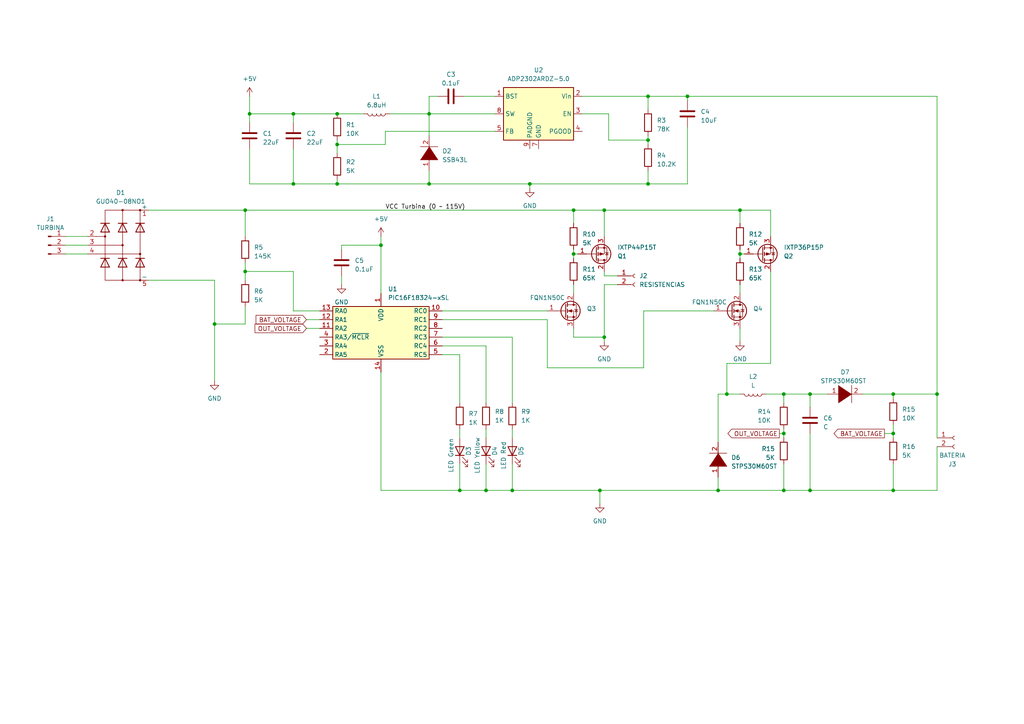
<source format=kicad_sch>
(kicad_sch (version 20230121) (generator eeschema)
  (paper "A4")
  (lib_symbols
    (symbol "Connector:Conn_01x02_Female" (pin_names (offset 1.016) hide)
      (property "Reference" "J" (at 0 2.54 0))
      (property "Value" "Conn_01x02_Female" (at 0 -5.08 0))
      (symbol "Conn_01x02_Female_1_1"
        (arc (start 0 -2.032) (mid -0.5058 -2.54) (end 0 -3.048) (stroke (width 0.1524)))
        (polyline (pts (xy -1.27 -2.54) (xy -0.508 -2.54)) (stroke (width 0.1524)))
        (polyline (pts (xy -1.27 0) (xy -0.508 0)) (stroke (width 0.1524)))
        (arc (start 0 0.508) (mid -0.5058 0) (end 0 -0.508) (stroke (width 0.1524)))
        (pin passive line (at -5.08 0 0) (length 3.81) (name "Pin_1") (number "1"))
        (pin passive line (at -5.08 -2.54 0) (length 3.81) (name "Pin_2") (number "2"))
      )
    )
    (symbol "Connector:Conn_01x03_Male" (pin_names (offset 1.016) hide)
      (property "Reference" "J" (at 0 5.08 0))
      (property "Value" "Conn_01x03_Male" (at 0 -5.08 0))
      (symbol "Conn_01x03_Male_1_1"
        (polyline (pts (xy 1.27 -2.54) (xy 0.8636 -2.54)) (stroke (width 0.1524)))
        (polyline (pts (xy 1.27 0) (xy 0.8636 0)) (stroke (width 0.1524)))
        (polyline (pts (xy 1.27 2.54) (xy 0.8636 2.54)) (stroke (width 0.1524)))
        (rectangle (start 0.8636 -2.413) (end 0 -2.667) (stroke (width 0.1524)) (fill (type outline)))
        (rectangle (start 0.8636 0.127) (end 0 -0.127) (stroke (width 0.1524)) (fill (type outline)))
        (rectangle (start 0.8636 2.667) (end 0 2.413) (stroke (width 0.1524)) (fill (type outline)))
        (pin passive line (at 5.08 2.54 180) (length 3.81) (name "Pin_1") (number "1"))
        (pin passive line (at 5.08 0 180) (length 3.81) (name "Pin_2") (number "2"))
        (pin passive line (at 5.08 -2.54 180) (length 3.81) (name "Pin_3") (number "3"))
      )
    )
    (symbol "Device:C" (pin_numbers hide) (pin_names (offset 0.254))
      (property "Reference" "C" (at 0.635 2.54 0))
      (property "Value" "C" (at 0.635 -2.54 0))
      (symbol "C_0_1"
        (polyline (pts (xy -2.032 -0.762) (xy 2.032 -0.762)) (stroke (width 0.508)))
        (polyline (pts (xy -2.032 0.762) (xy 2.032 0.762)) (stroke (width 0.508)))
      )
      (symbol "C_1_1"
        (pin passive line (at 0 3.81 270) (length 2.794) (name "~") (number "1"))
        (pin passive line (at 0 -3.81 90) (length 2.794) (name "~") (number "2"))
      )
    )
    (symbol "Device:L" (pin_numbers hide) (pin_names (offset 1.016) hide)
      (property "Reference" "L" (at -1.27 0 90))
      (property "Value" "L" (at 1.905 0 90))
      (symbol "L_0_1"
        (arc (start 0 -2.54) (mid 0.6323 -1.905) (end 0 -1.27))
        (arc (start 0 -1.27) (mid 0.6323 -0.635) (end 0 0))
        (arc (start 0 0) (mid 0.6323 0.635) (end 0 1.27))
        (arc (start 0 1.27) (mid 0.6323 1.905) (end 0 2.54))
      )
      (symbol "L_1_1"
        (pin passive line (at 0 3.81 270) (length 1.27) (name "1") (number "1"))
        (pin passive line (at 0 -3.81 90) (length 1.27) (name "2") (number "2"))
      )
    )
    (symbol "Device:LED" (pin_numbers hide) (pin_names (offset 1.016) hide)
      (property "Reference" "D" (at 0 2.54 0))
      (property "Value" "LED" (at 0 -2.54 0))
      (symbol "LED_0_1"
        (polyline (pts (xy -1.27 -1.27) (xy -1.27 1.27)) (stroke (width 0.254)))
        (polyline (pts (xy -1.27 0) (xy 1.27 0)))
        (polyline (pts (xy 1.27 -1.27) (xy 1.27 1.27) (xy -1.27 0) (xy 1.27 -1.27)) (stroke (width 0.254)))
        (polyline (pts (xy -3.048 -0.762) (xy -4.572 -2.286) (xy -3.81 -2.286) (xy -4.572 -2.286) (xy -4.572 -1.524)))
        (polyline (pts (xy -1.778 -0.762) (xy -3.302 -2.286) (xy -2.54 -2.286) (xy -3.302 -2.286) (xy -3.302 -1.524)))
      )
      (symbol "LED_1_1"
        (pin passive line (at -3.81 0 0) (length 2.54) (name "K") (number "1"))
        (pin passive line (at 3.81 0 180) (length 2.54) (name "A") (number "2"))
      )
    )
    (symbol "Device:Q_NMOS_GDS" (pin_names (offset 0) hide)
      (property "Reference" "Q" (at 5.08 1.27 0))
      (property "Value" "Q_NMOS_GDS" (at 5.08 -1.27 0))
      (symbol "Q_NMOS_GDS_0_1"
        (polyline (pts (xy 0.254 0) (xy -2.54 0)))
        (polyline (pts (xy 0.254 1.905) (xy 0.254 -1.905)) (stroke (width 0.254)))
        (polyline (pts (xy 0.762 -1.27) (xy 0.762 -2.286)) (stroke (width 0.254)))
        (polyline (pts (xy 0.762 0.508) (xy 0.762 -0.508)) (stroke (width 0.254)))
        (polyline (pts (xy 0.762 2.286) (xy 0.762 1.27)) (stroke (width 0.254)))
        (polyline (pts (xy 2.54 2.54) (xy 2.54 1.778)))
        (polyline (pts (xy 2.54 -2.54) (xy 2.54 0) (xy 0.762 0)))
        (polyline (pts (xy 0.762 -1.778) (xy 3.302 -1.778) (xy 3.302 1.778) (xy 0.762 1.778)))
        (polyline (pts (xy 1.016 0) (xy 2.032 0.381) (xy 2.032 -0.381) (xy 1.016 0)) (fill (type outline)))
        (polyline (pts (xy 2.794 0.508) (xy 2.921 0.381) (xy 3.683 0.381) (xy 3.81 0.254)))
        (polyline (pts (xy 3.302 0.381) (xy 2.921 -0.254) (xy 3.683 -0.254) (xy 3.302 0.381)))
        (circle (center 1.651 0) (radius 2.794) (stroke (width 0.254)))
        (circle (center 2.54 -1.778) (radius 0.254) (fill (type outline)))
        (circle (center 2.54 1.778) (radius 0.254) (fill (type outline)))
      )
      (symbol "Q_NMOS_GDS_1_1"
        (pin input line (at -5.08 0 0) (length 2.54) (name "G") (number "1"))
        (pin passive line (at 2.54 5.08 270) (length 2.54) (name "D") (number "2"))
        (pin passive line (at 2.54 -5.08 90) (length 2.54) (name "S") (number "3"))
      )
    )
    (symbol "Device:Q_PMOS_GDS" (pin_names (offset 0) hide)
      (property "Reference" "Q" (at 5.08 1.27 0))
      (property "Value" "Q_PMOS_GDS" (at 5.08 -1.27 0))
      (symbol "Q_PMOS_GDS_0_1"
        (polyline (pts (xy 0.254 0) (xy -2.54 0)))
        (polyline (pts (xy 0.254 1.905) (xy 0.254 -1.905)) (stroke (width 0.254)))
        (polyline (pts (xy 0.762 -1.27) (xy 0.762 -2.286)) (stroke (width 0.254)))
        (polyline (pts (xy 0.762 0.508) (xy 0.762 -0.508)) (stroke (width 0.254)))
        (polyline (pts (xy 0.762 2.286) (xy 0.762 1.27)) (stroke (width 0.254)))
        (polyline (pts (xy 2.54 2.54) (xy 2.54 1.778)))
        (polyline (pts (xy 2.54 -2.54) (xy 2.54 0) (xy 0.762 0)))
        (polyline (pts (xy 0.762 1.778) (xy 3.302 1.778) (xy 3.302 -1.778) (xy 0.762 -1.778)))
        (polyline (pts (xy 2.286 0) (xy 1.27 0.381) (xy 1.27 -0.381) (xy 2.286 0)) (fill (type outline)))
        (polyline (pts (xy 2.794 -0.508) (xy 2.921 -0.381) (xy 3.683 -0.381) (xy 3.81 -0.254)))
        (polyline (pts (xy 3.302 -0.381) (xy 2.921 0.254) (xy 3.683 0.254) (xy 3.302 -0.381)))
        (circle (center 1.651 0) (radius 2.794) (stroke (width 0.254)))
        (circle (center 2.54 -1.778) (radius 0.254) (fill (type outline)))
        (circle (center 2.54 1.778) (radius 0.254) (fill (type outline)))
      )
      (symbol "Q_PMOS_GDS_1_1"
        (pin input line (at -5.08 0 0) (length 2.54) (name "G") (number "1"))
        (pin passive line (at 2.54 5.08 270) (length 2.54) (name "D") (number "2"))
        (pin passive line (at 2.54 -5.08 90) (length 2.54) (name "S") (number "3"))
      )
    )
    (symbol "Device:R" (pin_numbers hide) (pin_names (offset 0))
      (property "Reference" "R" (at 2.032 0 90))
      (property "Value" "R" (at 0 0 90))
      (symbol "R_0_1"
        (rectangle (start -1.016 -2.54) (end 1.016 2.54) (stroke (width 0.254)))
      )
      (symbol "R_1_1"
        (pin passive line (at 0 3.81 270) (length 1.27) (name "~") (number "1"))
        (pin passive line (at 0 -3.81 90) (length 1.27) (name "~") (number "2"))
      )
    )
    (symbol "Diode_Bridge:GUO40-08NO1" (pin_names (offset 0))
      (property "Reference" "D" (at 0 17.78 0))
      (property "Value" "GUO40-08NO1" (at 0 15.24 0))
      (symbol "GUO40-08NO1_0_1"
        (circle (center -5.08 2.54) (radius 0.254) (fill (type outline)))
        (circle (center 0 -10.16) (radius 0.254) (fill (type outline)))
        (polyline (pts (xy -7.62 -2.54) (xy 5.08 -2.54)))
        (polyline (pts (xy -7.62 0) (xy 0 0)))
        (polyline (pts (xy -7.62 2.54) (xy -5.08 2.54)))
        (polyline (pts (xy -5.08 -10.16) (xy 5.08 -10.16)))
        (polyline (pts (xy -5.08 -6.35) (xy -5.08 -10.16)))
        (polyline (pts (xy -5.08 3.81) (xy -5.08 -3.81)))
        (polyline (pts (xy -5.08 10.16) (xy -5.08 6.35)))
        (polyline (pts (xy -5.08 10.16) (xy 5.08 10.16)))
        (polyline (pts (xy 0 -6.35) (xy 0 -10.16)))
        (polyline (pts (xy 0 3.81) (xy 0 -3.81)))
        (polyline (pts (xy 0 6.35) (xy 0 10.16)))
        (polyline (pts (xy 5.08 -10.16) (xy 5.08 -5.08)))
        (polyline (pts (xy 5.08 3.81) (xy 5.08 -3.81)))
        (polyline (pts (xy 5.08 10.16) (xy 5.08 6.35)))
        (circle (center 0 0) (radius 0.254) (fill (type outline)))
        (circle (center 0 10.16) (radius 0.254) (fill (type outline)))
        (circle (center 5.08 -10.16) (radius 0.254) (fill (type outline)))
        (circle (center 5.08 -2.54) (radius 0.254) (fill (type outline)))
        (circle (center 5.08 10.16) (radius 0.254) (fill (type outline)))
      )
      (symbol "GUO40-08NO1_1_1"
        (polyline (pts (xy -5.08 -6.35) (xy -5.08 -3.81)))
        (polyline (pts (xy -5.08 3.81) (xy -5.08 6.35)))
        (polyline (pts (xy -3.81 -3.81) (xy -6.35 -3.81)) (stroke (width 0.254)))
        (polyline (pts (xy -3.81 6.35) (xy -6.35 6.35)) (stroke (width 0.254)))
        (polyline (pts (xy 0 -6.35) (xy 0 -3.81)))
        (polyline (pts (xy 0 3.81) (xy 0 6.35)))
        (polyline (pts (xy 1.27 -3.81) (xy -1.27 -3.81)) (stroke (width 0.254)))
        (polyline (pts (xy 1.27 6.35) (xy -1.27 6.35)) (stroke (width 0.254)))
        (polyline (pts (xy 5.08 -6.35) (xy 5.08 -3.81)))
        (polyline (pts (xy 5.08 3.81) (xy 5.08 6.35)))
        (polyline (pts (xy 6.35 -3.81) (xy 3.81 -3.81)) (stroke (width 0.254)))
        (polyline (pts (xy 6.35 6.35) (xy 3.81 6.35)) (stroke (width 0.254)))
        (polyline (pts (xy -3.81 -6.35) (xy -6.35 -6.35) (xy -5.08 -3.81) (xy -3.81 -6.35)) (stroke (width 0.254)))
        (polyline (pts (xy -3.81 3.81) (xy -6.35 3.81) (xy -5.08 6.35) (xy -3.81 3.81)) (stroke (width 0.254)))
        (polyline (pts (xy 1.27 -6.35) (xy -1.27 -6.35) (xy 0 -3.81) (xy 1.27 -6.35)) (stroke (width 0.254)))
        (polyline (pts (xy 1.27 3.81) (xy -1.27 3.81) (xy 0 6.35) (xy 1.27 3.81)) (stroke (width 0.254)))
        (polyline (pts (xy 6.35 -6.35) (xy 3.81 -6.35) (xy 5.08 -3.81) (xy 6.35 -6.35)) (stroke (width 0.254)))
        (polyline (pts (xy 6.35 3.81) (xy 3.81 3.81) (xy 5.08 6.35) (xy 6.35 3.81)) (stroke (width 0.254)))
        (pin passive line (at 7.62 10.16 180) (length 2.54) (name "+") (number "1"))
        (pin passive line (at -10.16 2.54 0) (length 2.54) (name "~") (number "2"))
        (pin passive line (at -10.16 0 0) (length 2.54) (name "~") (number "3"))
        (pin passive line (at -10.16 -2.54 0) (length 2.54) (name "~") (number "4"))
        (pin passive line (at 7.62 -10.16 180) (length 2.54) (name "-") (number "5"))
      )
    )
    (symbol "MCU_Microchip_PIC16:PIC16F18324-xSL"
      (property "Reference" "U" (at -13.97 10.16 0))
      (property "Value" "PIC16F18324-xSL" (at 1.27 10.16 0))
      (symbol "PIC16F18324-xSL_1_1"
        (rectangle (start -13.97 8.89) (end 13.97 -6.35) (stroke (width 0.254)) (fill (type background)))
        (pin power_in line (at 0 12.7 270) (length 3.81) (name "VDD") (number "1"))
        (pin bidirectional line (at 17.78 7.62 180) (length 3.81) (name "RC0") (number "10"))
        (pin bidirectional line (at -17.78 2.54 0) (length 3.81) (name "RA2") (number "11"))
        (pin bidirectional line (at -17.78 5.08 0) (length 3.81) (name "RA1") (number "12"))
        (pin bidirectional line (at -17.78 7.62 0) (length 3.81) (name "RA0") (number "13"))
        (pin power_in line (at 0 -10.16 90) (length 3.81) (name "VSS") (number "14"))
        (pin bidirectional line (at -17.78 -5.08 0) (length 3.81) (name "RA5") (number "2"))
        (pin bidirectional line (at -17.78 -2.54 0) (length 3.81) (name "RA4") (number "3"))
        (pin bidirectional line (at -17.78 0 0) (length 3.81) (name "RA3/~{MCLR}") (number "4"))
        (pin bidirectional line (at 17.78 -5.08 180) (length 3.81) (name "RC5") (number "5"))
        (pin bidirectional line (at 17.78 -2.54 180) (length 3.81) (name "RC4") (number "6"))
        (pin bidirectional line (at 17.78 0 180) (length 3.81) (name "RC3") (number "7"))
        (pin bidirectional line (at 17.78 2.54 180) (length 3.81) (name "RC2") (number "8"))
        (pin bidirectional line (at 17.78 5.08 180) (length 3.81) (name "RC1") (number "9"))
      )
    )
    (symbol "Regulator_Switching:ADP2302ARDZ-5.0"
      (property "Reference" "U" (at -10.16 8.89 0))
      (property "Value" "ADP2302ARDZ-5.0" (at -3.81 8.89 0))
      (symbol "ADP2302ARDZ-5.0_0_1"
        (rectangle (start -10.16 7.62) (end 10.16 -7.62) (stroke (width 0.254)) (fill (type background)))
      )
      (symbol "ADP2302ARDZ-5.0_1_1"
        (pin input line (at 12.7 5.08 180) (length 2.54) (name "BST") (number "1"))
        (pin power_in line (at -12.7 5.08 0) (length 2.54) (name "Vin") (number "2"))
        (pin input line (at -12.7 0 0) (length 2.54) (name "EN") (number "3"))
        (pin output line (at -12.7 -5.08 0) (length 2.54) (name "PGOOD") (number "4"))
        (pin input line (at 12.7 -5.08 180) (length 2.54) (name "FB") (number "5"))
        (pin no_connect line (at -10.16 2.54 0) (length 2.54) hide (name "NC") (number "6"))
        (pin power_in line (at 0 -10.16 90) (length 2.54) (name "GND") (number "7"))
        (pin power_out line (at 12.7 0 180) (length 2.54) (name "SW") (number "8"))
        (pin power_in line (at 2.54 -10.16 90) (length 2.54) (name "PADGND") (number "9"))
      )
    )
    (symbol "power:+5V" (power) (pin_names (offset 0))
      (property "Value" "+5V" (at 0 3.556 0))
      (symbol "+5V_0_1"
        (polyline (pts (xy -0.762 1.27) (xy 0 2.54)))
        (polyline (pts (xy 0 0) (xy 0 2.54)))
        (polyline (pts (xy 0 2.54) (xy 0.762 1.27)))
      )
      (symbol "+5V_1_1"
        (pin power_in line (at 0 0 90) (length 0) hide (name "+5V") (number "1"))
      )
    )
    (symbol "power:GND" (power) (pin_names (offset 0))
      (property "Value" "GND" (at 0 -3.81 0))
      (symbol "GND_0_1"
        (polyline (pts (xy 0 0) (xy 0 -1.27) (xy 1.27 -1.27) (xy 0 -2.54) (xy -1.27 -1.27) (xy 0 -1.27)))
      )
      (symbol "GND_1_1"
        (pin power_in line (at 0 0 270) (length 0) hide (name "GND") (number "1"))
      )
    )
    (symbol "pspice:DIODE" (pin_names (offset 1.016) hide)
      (property "Reference" "D" (at 0 3.81 0))
      (property "Value" "DIODE" (at 0 -4.445 0))
      (symbol "DIODE_0_1"
        (polyline (pts (xy 1.905 2.54) (xy 1.905 -2.54)))
        (polyline (pts (xy -1.905 2.54) (xy -1.905 -2.54) (xy 1.905 0)) (fill (type outline)))
      )
      (symbol "DIODE_1_1"
        (pin input line (at -5.08 0 0) (length 3.81) (name "K") (number "1"))
        (pin input line (at 5.08 0 180) (length 3.81) (name "A") (number "2"))
      )
    )
  )
  (junction (at 227.33 125.73))
  (junction (at 166.37 60.96))
  (junction (at 85.09 33.02))
  (junction (at 175.26 97.79))
  (junction (at 175.26 60.96))
  (junction (at 227.33 142.24))
  (junction (at 214.63 60.96))
  (junction (at 173.99 142.24))
  (junction (at 72.39 33.02))
  (junction (at 259.08 114.3))
  (junction (at 210.82 114.3))
  (junction (at 259.08 125.73))
  (junction (at 234.95 142.24))
  (junction (at 148.59 142.24))
  (junction (at 110.49 71.12))
  (junction (at 271.78 114.3))
  (junction (at 166.37 73.66))
  (junction (at 124.46 33.02))
  (junction (at 71.12 60.96))
  (junction (at 208.28 142.24))
  (junction (at 227.33 114.3))
  (junction (at 85.09 53.34))
  (junction (at 124.46 53.34))
  (junction (at 71.12 78.74))
  (junction (at 97.79 41.91))
  (junction (at 259.08 142.24))
  (junction (at 187.96 40.64))
  (junction (at 140.97 142.24))
  (junction (at 97.79 53.34))
  (junction (at 153.67 53.34))
  (junction (at 133.35 142.24))
  (junction (at 234.95 114.3))
  (junction (at 187.96 27.94))
  (junction (at 62.23 93.98))
  (junction (at 214.63 73.66))
  (junction (at 187.96 53.34))
  (junction (at 97.79 33.02))
  (junction (at 199.39 27.94))
  (wire (pts (xy 175.26 60.96) (xy 214.63 60.96)))
  (wire (pts (xy 158.75 92.71) (xy 128.27 92.71)))
  (wire (pts (xy 187.96 39.37) (xy 187.96 40.64)))
  (wire (pts (xy 214.63 60.96) (xy 223.52 60.96)))
  (wire (pts (xy 175.26 97.79) (xy 175.26 99.06)))
  (wire (pts (xy 214.63 72.39) (xy 214.63 73.66)))
  (wire (pts (xy 72.39 33.02) (xy 72.39 35.56)))
  (wire (pts (xy 271.78 27.94) (xy 271.78 114.3)))
  (wire (pts (xy 168.91 27.94) (xy 187.96 27.94)))
  (wire (pts (xy 124.46 33.02) (xy 124.46 39.37)))
  (wire (pts (xy 133.35 142.24) (xy 140.97 142.24)))
  (wire (pts (xy 124.46 53.34) (xy 153.67 53.34)))
  (wire (pts (xy 97.79 33.02) (xy 105.41 33.02)))
  (wire (pts (xy 140.97 134.62) (xy 140.97 142.24)))
  (wire (pts (xy 85.09 43.18) (xy 85.09 53.34)))
  (wire (pts (xy 176.53 40.64) (xy 176.53 33.02)))
  (wire (pts (xy 227.33 125.73) (xy 227.33 127)))
  (wire (pts (xy 127 27.94) (xy 124.46 27.94)))
  (wire (pts (xy 85.09 33.02) (xy 97.79 33.02)))
  (wire (pts (xy 271.78 114.3) (xy 259.08 114.3)))
  (wire (pts (xy 173.99 142.24) (xy 173.99 146.05)))
  (wire (pts (xy 166.37 97.79) (xy 175.26 97.79)))
  (wire (pts (xy 71.12 93.98) (xy 62.23 93.98)))
  (wire (pts (xy 186.69 106.68) (xy 158.75 106.68)))
  (wire (pts (xy 199.39 29.21) (xy 199.39 27.94)))
  (wire (pts (xy 71.12 78.74) (xy 71.12 81.28)))
  (wire (pts (xy 175.26 82.55) (xy 179.07 82.55)))
  (wire (pts (xy 250.19 114.3) (xy 259.08 114.3)))
  (wire (pts (xy 133.35 124.46) (xy 133.35 127)))
  (wire (pts (xy 133.35 116.84) (xy 133.35 102.87)))
  (wire (pts (xy 97.79 40.64) (xy 97.79 41.91)))
  (wire (pts (xy 187.96 49.53) (xy 187.96 53.34)))
  (wire (pts (xy 234.95 114.3) (xy 240.03 114.3)))
  (wire (pts (xy 207.01 90.17) (xy 186.69 90.17)))
  (wire (pts (xy 175.26 78.74) (xy 175.26 80.01)))
  (wire (pts (xy 187.96 40.64) (xy 176.53 40.64)))
  (wire (pts (xy 227.33 116.84) (xy 227.33 114.3)))
  (wire (pts (xy 72.39 33.02) (xy 72.39 27.94)))
  (wire (pts (xy 19.05 68.58) (xy 25.4 68.58)))
  (wire (pts (xy 187.96 40.64) (xy 187.96 41.91)))
  (wire (pts (xy 72.39 53.34) (xy 85.09 53.34)))
  (wire (pts (xy 140.97 142.24) (xy 148.59 142.24)))
  (wire (pts (xy 128.27 90.17) (xy 158.75 90.17)))
  (wire (pts (xy 173.99 142.24) (xy 208.28 142.24)))
  (wire (pts (xy 97.79 52.07) (xy 97.79 53.34)))
  (wire (pts (xy 140.97 100.33) (xy 128.27 100.33)))
  (wire (pts (xy 148.59 142.24) (xy 173.99 142.24)))
  (wire (pts (xy 210.82 114.3) (xy 214.63 114.3)))
  (wire (pts (xy 214.63 73.66) (xy 214.63 74.93)))
  (wire (pts (xy 208.28 138.43) (xy 208.28 142.24)))
  (wire (pts (xy 187.96 27.94) (xy 187.96 31.75)))
  (wire (pts (xy 234.95 142.24) (xy 259.08 142.24)))
  (wire (pts (xy 72.39 43.18) (xy 72.39 53.34)))
  (wire (pts (xy 62.23 81.28) (xy 62.23 93.98)))
  (wire (pts (xy 111.76 38.1) (xy 111.76 41.91)))
  (wire (pts (xy 259.08 125.73) (xy 259.08 127)))
  (wire (pts (xy 223.52 60.96) (xy 223.52 68.58)))
  (wire (pts (xy 153.67 53.34) (xy 153.67 54.61)))
  (wire (pts (xy 72.39 33.02) (xy 85.09 33.02)))
  (wire (pts (xy 111.76 38.1) (xy 143.51 38.1)))
  (wire (pts (xy 85.09 53.34) (xy 97.79 53.34)))
  (wire (pts (xy 208.28 128.27) (xy 208.28 114.3)))
  (wire (pts (xy 71.12 76.2) (xy 71.12 78.74)))
  (wire (pts (xy 99.06 72.39) (xy 99.06 71.12)))
  (wire (pts (xy 97.79 53.34) (xy 124.46 53.34)))
  (wire (pts (xy 113.03 33.02) (xy 124.46 33.02)))
  (wire (pts (xy 214.63 82.55) (xy 214.63 85.09)))
  (wire (pts (xy 166.37 60.96) (xy 175.26 60.96)))
  (wire (pts (xy 210.82 105.41) (xy 210.82 114.3)))
  (wire (pts (xy 19.05 71.12) (xy 25.4 71.12)))
  (wire (pts (xy 214.63 60.96) (xy 214.63 64.77)))
  (wire (pts (xy 166.37 95.25) (xy 166.37 97.79)))
  (wire (pts (xy 111.76 41.91) (xy 97.79 41.91)))
  (wire (pts (xy 234.95 118.11) (xy 234.95 114.3)))
  (wire (pts (xy 166.37 73.66) (xy 166.37 74.93)))
  (wire (pts (xy 88.9 95.25) (xy 92.71 95.25)))
  (wire (pts (xy 222.25 114.3) (xy 227.33 114.3)))
  (wire (pts (xy 140.97 116.84) (xy 140.97 100.33)))
  (wire (pts (xy 166.37 72.39) (xy 166.37 73.66)))
  (wire (pts (xy 199.39 27.94) (xy 271.78 27.94)))
  (wire (pts (xy 166.37 60.96) (xy 166.37 64.77)))
  (wire (pts (xy 227.33 114.3) (xy 234.95 114.3)))
  (wire (pts (xy 271.78 129.54) (xy 271.78 142.24)))
  (wire (pts (xy 85.09 78.74) (xy 71.12 78.74)))
  (wire (pts (xy 110.49 107.95) (xy 110.49 142.24)))
  (wire (pts (xy 133.35 102.87) (xy 128.27 102.87)))
  (wire (pts (xy 19.05 73.66) (xy 25.4 73.66)))
  (wire (pts (xy 199.39 36.83) (xy 199.39 53.34)))
  (wire (pts (xy 148.59 134.62) (xy 148.59 142.24)))
  (wire (pts (xy 259.08 134.62) (xy 259.08 142.24)))
  (wire (pts (xy 227.33 124.46) (xy 227.33 125.73)))
  (wire (pts (xy 223.52 78.74) (xy 223.52 105.41)))
  (wire (pts (xy 208.28 142.24) (xy 227.33 142.24)))
  (wire (pts (xy 210.82 105.41) (xy 223.52 105.41)))
  (wire (pts (xy 124.46 49.53) (xy 124.46 53.34)))
  (wire (pts (xy 186.69 90.17) (xy 186.69 106.68)))
  (wire (pts (xy 271.78 142.24) (xy 259.08 142.24)))
  (wire (pts (xy 97.79 41.91) (xy 97.79 44.45)))
  (wire (pts (xy 148.59 124.46) (xy 148.59 127)))
  (wire (pts (xy 166.37 82.55) (xy 166.37 85.09)))
  (wire (pts (xy 148.59 116.84) (xy 148.59 97.79)))
  (wire (pts (xy 214.63 73.66) (xy 215.9 73.66)))
  (wire (pts (xy 271.78 127) (xy 271.78 114.3)))
  (wire (pts (xy 110.49 142.24) (xy 133.35 142.24)))
  (wire (pts (xy 208.28 114.3) (xy 210.82 114.3)))
  (wire (pts (xy 92.71 90.17) (xy 85.09 90.17)))
  (wire (pts (xy 226.06 125.73) (xy 227.33 125.73)))
  (wire (pts (xy 133.35 134.62) (xy 133.35 142.24)))
  (wire (pts (xy 110.49 71.12) (xy 110.49 85.09)))
  (wire (pts (xy 140.97 124.46) (xy 140.97 127)))
  (wire (pts (xy 124.46 27.94) (xy 124.46 33.02)))
  (wire (pts (xy 158.75 106.68) (xy 158.75 92.71)))
  (wire (pts (xy 43.18 81.28) (xy 62.23 81.28)))
  (wire (pts (xy 166.37 73.66) (xy 167.64 73.66)))
  (wire (pts (xy 43.18 60.96) (xy 71.12 60.96)))
  (wire (pts (xy 71.12 60.96) (xy 166.37 60.96)))
  (wire (pts (xy 85.09 90.17) (xy 85.09 78.74)))
  (wire (pts (xy 175.26 60.96) (xy 175.26 68.58)))
  (wire (pts (xy 110.49 68.58) (xy 110.49 71.12)))
  (wire (pts (xy 85.09 35.56) (xy 85.09 33.02)))
  (wire (pts (xy 62.23 93.98) (xy 62.23 110.49)))
  (wire (pts (xy 227.33 134.62) (xy 227.33 142.24)))
  (wire (pts (xy 176.53 33.02) (xy 168.91 33.02)))
  (wire (pts (xy 214.63 95.25) (xy 214.63 99.06)))
  (wire (pts (xy 99.06 71.12) (xy 110.49 71.12)))
  (wire (pts (xy 148.59 97.79) (xy 128.27 97.79)))
  (wire (pts (xy 124.46 33.02) (xy 143.51 33.02)))
  (wire (pts (xy 71.12 60.96) (xy 71.12 68.58)))
  (wire (pts (xy 187.96 53.34) (xy 153.67 53.34)))
  (wire (pts (xy 259.08 114.3) (xy 259.08 115.57)))
  (wire (pts (xy 134.62 27.94) (xy 143.51 27.94)))
  (wire (pts (xy 175.26 82.55) (xy 175.26 97.79)))
  (wire (pts (xy 88.9 92.71) (xy 92.71 92.71)))
  (wire (pts (xy 234.95 125.73) (xy 234.95 142.24)))
  (wire (pts (xy 71.12 88.9) (xy 71.12 93.98)))
  (wire (pts (xy 187.96 27.94) (xy 199.39 27.94)))
  (wire (pts (xy 99.06 80.01) (xy 99.06 82.55)))
  (wire (pts (xy 256.54 125.73) (xy 259.08 125.73)))
  (wire (pts (xy 199.39 53.34) (xy 187.96 53.34)))
  (wire (pts (xy 259.08 123.19) (xy 259.08 125.73)))
  (wire (pts (xy 227.33 142.24) (xy 234.95 142.24)))
  (wire (pts (xy 175.26 80.01) (xy 179.07 80.01)))
  (label "VCC Turbina (0 ~ 115V)" (at 111.76 60.96 0))
  (global_label "BAT_VOLTAGE" (shape input) (at 88.9 92.71 180) (property "Intersheetrefs" "${INTERSHEET_REFS}" (effects hide)))
  (global_label "BAT_VOLTAGE" (shape output) (at 256.54 125.73 180) (property "Intersheetrefs" "${INTERSHEET_REFS}" (effects hide)))
  (global_label "OUT_VOLTAGE" (shape input) (at 88.9 95.25 180) (property "Intersheetrefs" "${INTERSHEET_REFS}" (effects hide)))
  (global_label "OUT_VOLTAGE" (shape output) (at 226.06 125.73 180) (property "Intersheetrefs" "${INTERSHEET_REFS}" (effects hide)))
  (symbol (lib_id "Device:L") (at 109.22 33.02 270) (unit 1)
    (property "Reference" "L1" (at 109.22 27.94 90))
    (property "Value" "6.8uH" (at 109.22 30.48 90))
    (property "Footprint" "Inductor_SMD:L_Bourns_SRP1038C_10.0x10.0mm" (effects hide))
    (property "Part" "CLF10040T-6R8N-D " (effects hide))
  )
  (symbol (lib_id "power:GND") (at 153.67 54.61 0) (unit 1)
    (property "Reference" "#PWR04" (effects hide))
    (property "Value" "GND" (at 153.67 59.69 0))
  )
  (symbol (lib_id "Device:R") (at 148.59 120.65 180) (unit 1)
    (property "Reference" "R9" (at 151.13 119.3799 0) (effects (justify right)))
    (property "Value" "1K" (at 151.13 121.9199 0) (effects (justify right)))
    (property "Footprint" "Resistor_THT:R_Axial_DIN0207_L6.3mm_D2.5mm_P7.62mm_Horizontal" (effects hide))
    (property "Part" "MF1/4LCT52R102J " (effects hide))
  )
  (symbol (lib_id "Connector:Conn_01x02_Female") (at 276.86 127 0) (unit 1)
    (property "Reference" "J3" (at 276.225 134.62 0))
    (property "Value" "BATERIA" (at 276.225 132.08 0))
    (property "Footprint" "TerminalBlock_RND:TerminalBlock_RND_205-00241_1x02_P10.16mm_Horizontal" (effects hide))
    (property "Part" "1017526 " (effects hide))
  )
  (symbol (lib_id "Diode_Bridge:GUO40-08NO1") (at 35.56 71.12 0) (unit 1)
    (property "Reference" "D1" (at 34.9885 55.88 0))
    (property "Value" "GUO40-08NO1" (at 34.9885 58.42 0))
    (property "Footprint" "Diode_THT:Diode_Bridge_IXYS_GUFP" (effects hide))
    (property "Datasheet" "https://ixapps.ixys.com/DataSheet/GUO40-08NO1.pdf" (effects hide))
    (property "Part" "GUO40-08NO1 " (effects hide))
  )
  (symbol (lib_id "Connector:Conn_01x02_Female") (at 184.15 80.01 0) (unit 1)
    (property "Reference" "J2" (at 185.42 80.0099 0) (effects (justify left)))
    (property "Value" "RESISTENCIAS" (at 185.42 82.5499 0) (effects (justify left)))
    (property "Footprint" "Connector_Phoenix_MSTB:PhoenixContact_MSTBA_2,5_2-G_1x02_P5.00mm_Horizontal" (effects hide))
    (property "Part" "1987724 " (effects hide))
  )
  (symbol (lib_id "power:GND") (at 173.99 146.05 0) (unit 1)
    (property "Reference" "#PWR05" (effects hide))
    (property "Value" "GND" (at 173.99 151.13 0))
  )
  (symbol (lib_id "Connector:Conn_01x03_Male") (at 13.97 71.12 0) (unit 1)
    (property "Reference" "J1" (at 14.605 63.5 0))
    (property "Value" "TURBINA" (at 14.605 66.04 0))
    (property "Footprint" "Connector_Phoenix_GMSTB:PhoenixContact_GMSTBA_2,5_3-G_1x03_P7.50mm_Horizontal" (effects hide))
    (property "Part" "1988118 " (effects hide))
  )
  (symbol (lib_id "Device:Q_NMOS_GDS") (at 212.09 90.17 0) (unit 1)
    (property "Reference" "Q4" (at 218.44 89.535 0) (effects (justify left)))
    (property "Value" "FQN1N50C" (at 200.66 87.63 0) (effects (justify left)))
    (property "Footprint" "Package_TO_SOT_THT:TO-92" (effects hide))
  )
  (symbol (lib_id "power:GND") (at 214.63 99.06 0) (unit 1)
    (property "Reference" "#PWR07" (effects hide))
    (property "Value" "GND" (at 214.63 104.14 0))
  )
  (symbol (lib_id "Device:L") (at 218.44 114.3 270) (unit 1)
    (property "Reference" "L2" (at 218.44 109.22 90))
    (property "Value" "L" (at 218.44 111.76 90))
    (property "Footprint" "Inductor_THT:L_Axial_L5.3mm_D2.2mm_P2.54mm_Vertical_Vishay_IM-1" (effects hide))
  )
  (symbol (lib_id "Device:R") (at 166.37 68.58 180) (unit 1)
    (property "Reference" "R10" (at 168.91 67.945 0) (effects (justify right)))
    (property "Value" "5K" (at 168.91 70.485 0) (effects (justify right)))
    (property "Footprint" "Resistor_THT:R_Axial_DIN0207_L6.3mm_D2.5mm_P7.62mm_Horizontal" (effects hide))
    (property "Part" "CMF555K0000BEEK" (effects hide))
  )
  (symbol (lib_id "power:GND") (at 99.06 82.55 0) (unit 1)
    (property "Reference" "#PWR08" (effects hide))
    (property "Value" "GND" (at 99.06 87.63 0))
  )
  (symbol (lib_id "Device:R") (at 71.12 85.09 0) (unit 1)
    (property "Reference" "R6" (at 73.66 84.455 0) (effects (justify left)))
    (property "Value" "5K" (at 73.66 86.995 0) (effects (justify left)))
    (property "Footprint" "Resistor_THT:R_Axial_DIN0207_L6.3mm_D2.5mm_P7.62mm_Horizontal" (effects hide))
    (property "Part" "CMF555K0000BEEK" (effects hide))
  )
  (symbol (lib_id "power:+5V") (at 72.39 27.94 0) (unit 1)
    (property "Reference" "#PWR02" (effects hide))
    (property "Value" "+5V" (at 72.39 22.86 0))
  )
  (symbol (lib_id "Device:R") (at 187.96 45.72 180) (unit 1)
    (property "Reference" "R4" (at 190.5 45.085 0) (effects (justify right)))
    (property "Value" "10.2K" (at 190.5 47.625 0) (effects (justify right)))
    (property "Footprint" "Resistor_THT:R_Axial_DIN0207_L6.3mm_D2.5mm_P7.62mm_Horizontal" (effects hide))
    (property "Part" "CMF5510K000FKEK " (effects hide))
  )
  (symbol (lib_id "power:GND") (at 175.26 99.06 0) (unit 1)
    (property "Reference" "#PWR06" (effects hide))
    (property "Value" "GND" (at 175.26 104.14 0))
  )
  (symbol (lib_id "Device:R") (at 227.33 130.81 0) (mirror x) (unit 1)
    (property "Reference" "R15" (at 224.79 130.175 0) (effects (justify right)))
    (property "Value" "5K" (at 224.79 132.715 0) (effects (justify right)))
    (property "Footprint" "Resistor_THT:R_Axial_DIN0207_L6.3mm_D2.5mm_P7.62mm_Horizontal" (effects hide))
    (property "Part" "CMF555K0000BEEK" (effects hide))
  )
  (symbol (lib_id "Device:LED") (at 140.97 130.81 90) (unit 1)
    (property "Reference" "D4" (at 143.51 130.81 0))
    (property "Value" "LED Yellow" (at 138.43 132.08 0))
    (property "Footprint" "LED_THT:LED_D4.0mm" (effects hide))
    (property "Part" "SSL-LX3054OD " (effects hide))
  )
  (symbol (lib_id "Device:R") (at 227.33 120.65 180) (unit 1)
    (property "Reference" "R14" (at 219.71 119.38 0) (effects (justify right)))
    (property "Value" "10K" (at 219.71 121.92 0) (effects (justify right)))
    (property "Footprint" "Resistor_THT:R_Axial_DIN0207_L6.3mm_D2.5mm_P7.62mm_Horizontal" (effects hide))
    (property "Part" "CMF5510K000FKEK" (effects hide))
  )
  (symbol (lib_id "power:GND") (at 62.23 110.49 0) (unit 1)
    (property "Reference" "#PWR01" (effects hide))
    (property "Value" "GND" (at 62.23 115.57 0))
  )
  (symbol (lib_id "pspice:DIODE") (at 208.28 133.35 90) (unit 1)
    (property "Reference" "D6" (at 212.09 132.715 90) (effects (justify right)))
    (property "Value" "STPS30M60ST " (at 212.09 135.255 90) (effects (justify right)))
    (property "Footprint" "Package_TO_SOT_THT:TO-220-3_Vertical" (effects hide))
    (property "Part" "STPS30M60ST " (effects hide))
  )
  (symbol (lib_id "pspice:DIODE") (at 124.46 44.45 90) (unit 1)
    (property "Reference" "D2" (at 128.27 43.815 90) (effects (justify right)))
    (property "Value" "SSB43L" (at 128.27 46.355 90) (effects (justify right)))
    (property "Footprint" "Diode_SMD:D_SMB_Handsoldering" (effects hide))
    (property "Part" "SSB43L" (effects hide))
  )
  (symbol (lib_id "Device:Q_NMOS_GDS") (at 163.83 90.17 0) (unit 1)
    (property "Reference" "Q3" (at 170.18 89.535 0) (effects (justify left)))
    (property "Value" "FQN1N50C" (at 153.67 86.36 0) (effects (justify left)))
    (property "Footprint" "Package_TO_SOT_THT:TO-92" (effects hide))
  )
  (symbol (lib_id "power:+5V") (at 110.49 68.58 0) (unit 1)
    (property "Reference" "#PWR03" (effects hide))
    (property "Value" "+5V" (at 110.49 63.5 0))
  )
  (symbol (lib_id "Device:LED") (at 148.59 130.81 90) (unit 1)
    (property "Reference" "D5" (at 151.13 130.81 0))
    (property "Value" "LED Red" (at 146.05 132.08 0))
    (property "Footprint" "LED_THT:LED_D4.0mm" (effects hide))
    (property "Part" "C4SMA-RGY-CS4V1BB1" (effects hide))
  )
  (symbol (lib_id "Device:R") (at 214.63 78.74 0) (unit 1)
    (property "Reference" "R13" (at 217.17 78.105 0) (effects (justify left)))
    (property "Value" "65K" (at 217.17 80.645 0) (effects (justify left)))
    (property "Footprint" "Resistor_THT:R_Axial_DIN0207_L6.3mm_D2.5mm_P7.62mm_Horizontal" (effects hide))
    (property "Part" "CMF5565K700BHEK " (effects hide))
  )
  (symbol (lib_id "Device:C") (at 72.39 39.37 180) (unit 1)
    (property "Reference" "C1" (at 76.2 38.735 0) (effects (justify right)))
    (property "Value" "22uF" (at 76.2 41.275 0) (effects (justify right)))
    (property "Footprint" "Capacitor_THT:C_Disc_D7.5mm_W5.0mm_P5.00mm" (effects hide))
    (property "Part" "FG20X7R1C226MRT00" (effects hide))
  )
  (symbol (lib_id "Device:R") (at 97.79 48.26 0) (unit 1)
    (property "Reference" "R2" (at 100.33 46.9899 0) (effects (justify left)))
    (property "Value" "5K" (at 100.33 49.5299 0) (effects (justify left)))
    (property "Footprint" "Resistor_THT:R_Axial_DIN0207_L6.3mm_D2.5mm_P7.62mm_Horizontal" (effects hide))
    (property "Part" "CMF555K0000BEEK" (effects hide))
  )
  (symbol (lib_id "Device:Q_PMOS_GDS") (at 220.98 73.66 0) (mirror x) (unit 1)
    (property "Reference" "Q2" (at 227.33 74.295 0) (effects (justify left)))
    (property "Value" "IXTP36P15P" (at 227.33 71.755 0) (effects (justify left)))
    (property "Footprint" "Package_TO_SOT_THT:TO-220-3_Vertical" (effects hide))
  )
  (symbol (lib_id "Device:R") (at 133.35 120.65 180) (unit 1)
    (property "Reference" "R7" (at 135.89 120.015 0) (effects (justify right)))
    (property "Value" "1K" (at 135.89 122.555 0) (effects (justify right)))
    (property "Footprint" "Resistor_THT:R_Axial_DIN0207_L6.3mm_D2.5mm_P7.62mm_Horizontal" (effects hide))
    (property "Part" "MF1/4LCT52R102J " (effects hide))
  )
  (symbol (lib_id "Device:R") (at 187.96 35.56 180) (unit 1)
    (property "Reference" "R3" (at 190.5 34.925 0) (effects (justify right)))
    (property "Value" "78K" (at 190.5 37.465 0) (effects (justify right)))
    (property "Footprint" "Resistor_THT:R_Axial_DIN0207_L6.3mm_D2.5mm_P7.62mm_Horizontal" (effects hide))
    (property "Part" "CMF5510K000FKEK " (effects hide))
  )
  (symbol (lib_id "Device:R") (at 259.08 119.38 180) (unit 1)
    (property "Reference" "R15" (at 261.62 118.745 0) (effects (justify right)))
    (property "Value" "10K" (at 261.62 121.285 0) (effects (justify right)))
    (property "Footprint" "Resistor_THT:R_Axial_DIN0207_L6.3mm_D2.5mm_P7.62mm_Horizontal" (effects hide))
    (property "Part" "CMF5510K000FKEK " (effects hide))
  )
  (symbol (lib_id "Device:C") (at 199.39 33.02 180) (unit 1)
    (property "Reference" "C4" (at 203.2 32.385 0) (effects (justify right)))
    (property "Value" "10uF" (at 203.2 34.925 0) (effects (justify right)))
    (property "Footprint" "Capacitor_THT:C_Disc_D6.0mm_W4.4mm_P5.00mm" (effects hide))
    (property "Part" "FG24X7R1A106KRT06 " (effects hide))
  )
  (symbol (lib_id "Device:C") (at 99.06 76.2 180) (unit 1)
    (property "Reference" "C5" (at 102.87 75.565 0) (effects (justify right)))
    (property "Value" "0.1uF" (at 102.87 78.105 0) (effects (justify right)))
    (property "Footprint" "Capacitor_THT:C_Disc_D6.0mm_W4.4mm_P5.00mm" (effects hide))
    (property "Part" "K104K15X7RF53H5 " (effects hide))
  )
  (symbol (lib_id "Device:C") (at 234.95 121.92 0) (unit 1)
    (property "Reference" "C6" (at 238.76 121.285 0) (effects (justify left)))
    (property "Value" "C" (at 238.76 123.825 0) (effects (justify left)))
    (property "Footprint" "Capacitor_THT:CP_Radial_D4.0mm_P1.50mm" (effects hide))
  )
  (symbol (lib_id "Device:R") (at 140.97 120.65 180) (unit 1)
    (property "Reference" "R8" (at 143.51 119.3799 0) (effects (justify right)))
    (property "Value" "1K" (at 143.51 121.9199 0) (effects (justify right)))
    (property "Footprint" "Resistor_THT:R_Axial_DIN0207_L6.3mm_D2.5mm_P7.62mm_Horizontal" (effects hide))
    (property "Part" "MF1/4LCT52R102J " (effects hide))
  )
  (symbol (lib_id "Device:Q_PMOS_GDS") (at 172.72 73.66 0) (mirror x) (unit 1)
    (property "Reference" "Q1" (at 179.07 74.295 0) (effects (justify left)))
    (property "Value" "IXTP44P15T" (at 179.07 71.755 0) (effects (justify left)))
    (property "Footprint" "Package_TO_SOT_THT:TO-220-3_Vertical" (effects hide))
  )
  (symbol (lib_id "Device:C") (at 130.81 27.94 90) (unit 1)
    (property "Reference" "C3" (at 130.81 21.59 90))
    (property "Value" "0.1uF" (at 130.81 24.13 90))
    (property "Footprint" "Capacitor_THT:C_Disc_D6.0mm_W4.4mm_P5.00mm" (effects hide))
    (property "Part" "K104K15X7RF53H5 " (effects hide))
  )
  (symbol (lib_id "Device:R") (at 259.08 130.81 0) (unit 1)
    (property "Reference" "R16" (at 261.62 129.5399 0) (effects (justify left)))
    (property "Value" "5K" (at 261.62 132.0799 0) (effects (justify left)))
    (property "Footprint" "Resistor_THT:R_Axial_DIN0207_L6.3mm_D2.5mm_P7.62mm_Horizontal" (effects hide))
    (property "Part" "CMF555K0000BEEK" (effects hide))
  )
  (symbol (lib_id "Device:R") (at 214.63 68.58 180) (unit 1)
    (property "Reference" "R12" (at 217.17 67.945 0) (effects (justify right)))
    (property "Value" "5K" (at 217.17 70.485 0) (effects (justify right)))
    (property "Footprint" "Resistor_THT:R_Axial_DIN0207_L6.3mm_D2.5mm_P7.62mm_Horizontal" (effects hide))
    (property "Part" "CMF555K0000BEEK" (effects hide))
  )
  (symbol (lib_id "Device:R") (at 166.37 78.74 180) (unit 1)
    (property "Reference" "R11" (at 168.91 78.105 0) (effects (justify right)))
    (property "Value" "65K" (at 168.91 80.645 0) (effects (justify right)))
    (property "Footprint" "Resistor_THT:R_Axial_DIN0207_L6.3mm_D2.5mm_P7.62mm_Horizontal" (effects hide))
    (property "Part" "CMF5565K700BHEK " (effects hide))
  )
  (symbol (lib_id "Regulator_Switching:ADP2302ARDZ-5.0") (at 156.21 33.02 0) (mirror y) (unit 1)
    (property "Reference" "U2" (at 156.21 20.32 0))
    (property "Value" "ADP2302ARDZ-5.0" (at 156.21 22.86 0))
    (property "Footprint" "Package_SO:SOIC-8-1EP_3.9x4.9mm_P1.27mm_EP2.29x3mm" (effects hide))
    (property "Datasheet" "https://www.analog.com/media/en/technical-documentation/data-sheets/ADP2302_2303.pdf" (effects hide))
  )
  (symbol (lib_id "Device:R") (at 97.79 36.83 180) (unit 1)
    (property "Reference" "R1" (at 100.33 36.195 0) (effects (justify right)))
    (property "Value" "10K" (at 100.33 38.735 0) (effects (justify right)))
    (property "Footprint" "Resistor_THT:R_Axial_DIN0207_L6.3mm_D2.5mm_P7.62mm_Horizontal" (effects hide))
    (property "Part" "CMF5510K000FKEK " (effects hide))
  )
  (symbol (lib_id "pspice:DIODE") (at 245.11 114.3 0) (unit 1)
    (property "Reference" "D7" (at 245.11 107.95 0))
    (property "Value" "STPS30M60ST " (at 245.11 110.49 0))
    (property "Footprint" "Package_TO_SOT_THT:TO-220-3_Vertical" (effects hide))
    (property "Part" "STPS30M60ST " (effects hide))
  )
  (symbol (lib_id "MCU_Microchip_PIC16:PIC16F18324-xSL") (at 110.49 97.79 0) (unit 1)
    (property "Reference" "U1" (at 112.5094 83.82 0) (effects (justify left)))
    (property "Value" "PIC16F18324-xSL" (at 112.5094 86.36 0) (effects (justify left)))
    (property "Footprint" "Package_SO:SOIC-14_3.9x8.7mm_P1.27mm" (effects hide))
    (property "Datasheet" "http://ww1.microchip.com/downloads/en/devicedoc/40001800c.pdf" (effects hide))
  )
  (symbol (lib_id "Device:R") (at 71.12 72.39 180) (unit 1)
    (property "Reference" "R5" (at 73.66 71.755 0) (effects (justify right)))
    (property "Value" "145K" (at 73.66 74.295 0) (effects (justify right)))
    (property "Footprint" "Resistor_THT:R_Axial_DIN0207_L6.3mm_D2.5mm_P7.62mm_Horizontal" (effects hide))
    (property "Part" "CMF55145K00BER6 " (effects hide))
  )
  (symbol (lib_id "Device:LED") (at 133.35 130.81 90) (unit 1)
    (property "Reference" "D3" (at 135.89 130.81 0))
    (property "Value" "LED Green" (at 130.81 132.08 0))
    (property "Footprint" "LED_THT:LED_D4.0mm" (effects hide))
    (property "Part" "C4SMA-GGY-CU2W37A1" (effects hide))
  )
  (symbol (lib_id "Device:C") (at 85.09 39.37 180) (unit 1)
    (property "Reference" "C2" (at 88.9 38.735 0) (effects (justify right)))
    (property "Value" "22uF" (at 88.9 41.275 0) (effects (justify right)))
    (property "Footprint" "Capacitor_THT:C_Disc_D7.5mm_W5.0mm_P5.00mm" (effects hide))
    (property "Part" "FG20X7R1C226MRT00" (effects hide))
  )
)
</source>
